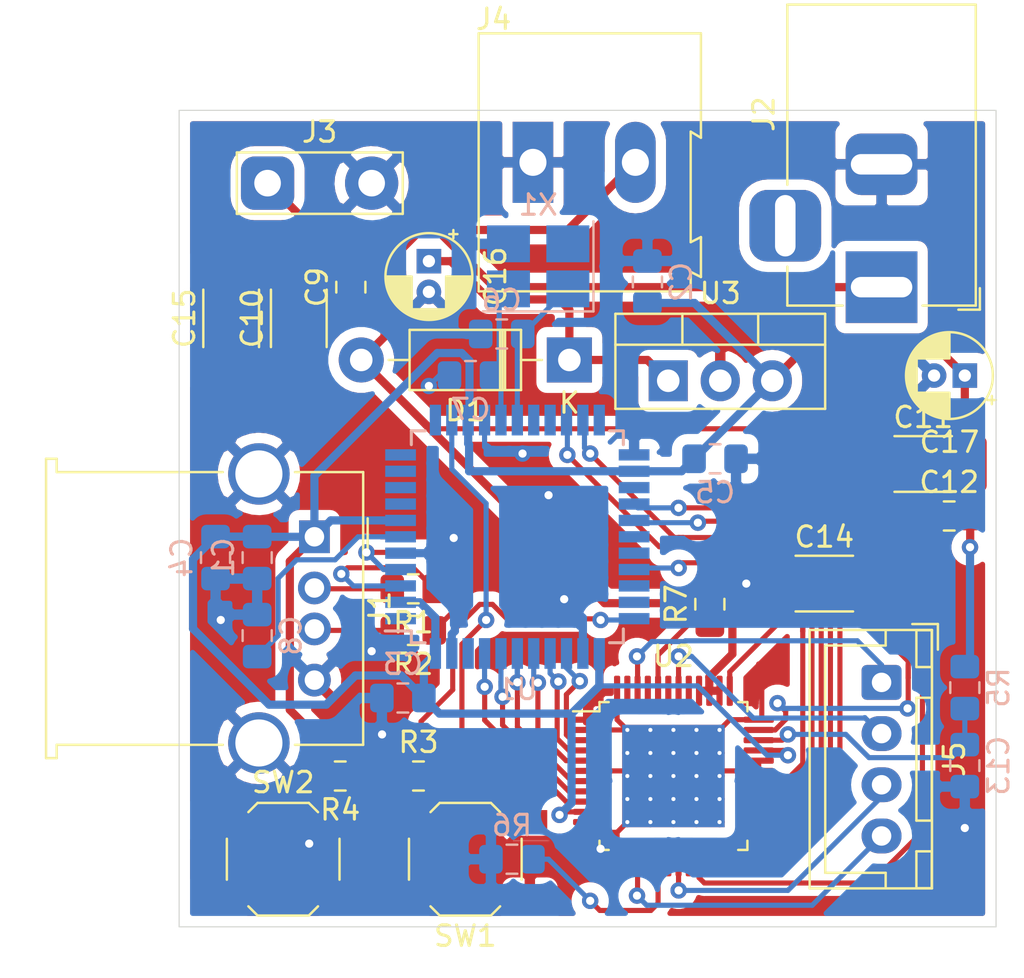
<source format=kicad_pcb>
(kicad_pcb (version 20171130) (host pcbnew "(5.1.6)-1")
  (layers (0 F.Cu signal) (31 B.Cu signal) (34 B.Paste user) (35 F.Paste user) (36 B.SilkS user) (37 F.SilkS user) (38 B.Mask user) (39 F.Mask user) (44 Edge.Cuts user))
  (net 0 "")
  (net 1 GND)
  (net 2 VCC)
  (net 3 "Net-(C6-Pad1)")
  (net 4 "Net-(C7-Pad2)")
  (net 5 "Net-(C8-Pad1)")
  (net 6 12V)
  (net 7 "Net-(C13-Pad2)")
  (net 8 "Net-(C14-Pad2)")
  (net 9 "Net-(C14-Pad1)")
  (net 10 "Net-(C16-Pad1)")
  (net 11 "Net-(J1-Pad3)")
  (net 12 "Net-(J1-Pad2)")
  (net 13 "Net-(J5-Pad3)")
  (net 14 "Net-(J5-Pad4)")
  (net 15 "Net-(J5-Pad2)")
  (net 16 "Net-(J5-Pad1)")
  (net 17 "Net-(R1-Pad1)")
  (net 18 "Net-(R2-Pad1)")
  (net 19 "Net-(R3-Pad2)")
  (net 20 "Net-(R4-Pad2)")
  (net 21 "Net-(R6-Pad1)")
  (net 22 "Net-(R7-Pad1)")
  (net 23 "Net-(U1-Pad42)")
  (net 24 ERROR)
  (net 25 "Net-(U1-Pad25)")
  (net 26 "Net-(U1-Pad22)")
  (net 27 "Net-(U1-Pad19)")
  (net 28 INDEX)
  (net 29 "Net-(U1-Pad1)")
  (net 30 "Net-(U2-Pad47)")
  (net 31 "Net-(U2-Pad45)")
  (net 32 "Net-(U2-Pad43)")
  (net 33 "Net-(U2-Pad41)")
  (net 34 "Net-(U2-Pad30)")
  (net 35 "Net-(U2-Pad28)")
  (net 36 "Net-(U2-Pad23)")
  (net 37 "Net-(U2-Pad22)")
  (net 38 "Net-(U2-Pad20)")
  (net 39 "Net-(U2-Pad18)")
  (net 40 "Net-(U2-Pad16)")
  (net 41 "Net-(U2-Pad14)")
  (net 42 "Net-(U2-Pad11)")
  (net 43 STEP)
  (net 44 CGF0)
  (net 45 CGF1)
  (net 46 CGF2)
  (net 47 CGF3)
  (net 48 CGF6)
  (net 49 CGF4)
  (net 50 CGF5)
  (net 51 "Net-(U1-Pad11)")
  (net 52 "Net-(U1-Pad10)")
  (net 53 DIR)
  (net 54 "Net-(U1-Pad8)")
  (net 55 "Net-(U1-Pad32)")
  (net 56 "Net-(U1-Pad31)")
  (net 57 "Net-(U1-Pad18)")
  (net 58 "Net-(U1-Pad12)")
  (net 59 "Net-(U1-Pad9)")
  (net 60 "Net-(U1-Pad29)")
  (net 61 "Net-(U1-Pad28)")
  (module Connector_JST:JST_XH_B4B-XH-A_1x04_P2.50mm_Vertical (layer F.Cu) (at 34.29 27.94 270)
    (fp_text reference J5 (at 3.75 -3.55 90) (layer F.SilkS))
    (fp_text value "JST-XH Stepper Connection")
    (pad 4 thru_hole oval (at 7.5 0 270) (size 1.7 1.95) (drill 0.95) (layers *.Cu *.Mask) (net 14 "Net-(J5-Pad4)"))
    (pad 3 thru_hole oval (at 5 0 270) (size 1.7 1.95) (drill 0.95) (layers *.Cu *.Mask) (net 13 "Net-(J5-Pad3)"))
    (pad 2 thru_hole oval (at 2.5 0 270) (size 1.7 1.95) (drill 0.95) (layers *.Cu *.Mask) (net 15 "Net-(J5-Pad2)"))
    (pad 1 thru_hole roundrect (at 0 0 270) (size 1.7 1.95) (drill 0.95) (layers *.Cu *.Mask) (roundrect_rratio 0.147059) (net 16 "Net-(J5-Pad1)"))
  )
  (module TestPoint:TestPoint_2Pads_Pitch5.08mm_Drill1.3mm (layer F.Cu) (at 4.318 3.556)
    (fp_text reference J3 (at 2.54 -2.5) (layer F.SilkS))
    (fp_text value XT-60)
    (pad 2 thru_hole circle (at 5.08 0) (size 2.6 2.6) (drill 1.3) (layers *.Cu *.Mask) (net 1 GND))
    (pad 1 thru_hole roundrect (at 0 0) (size 2.6 2.6) (drill 1.3) (layers *.Cu *.Mask) (net 6 12V))
  )
  (module Crystal:Crystal_SMD_SeikoEpson_FA238-4Pin_3.2x2.5mm_HandSoldering (layer B.Cu) (at 17.526 7.62 180)
    (fp_text reference X1 (at 0 3) (layer B.SilkS) (effects (justify mirror)))
    (fp_text value XTAL_GND)
    (pad 4 smd rect (at -1.45 1.1 180) (size 2.1 1.8) (layers B.Cu B.Paste B.Mask))
    (pad 3 smd rect (at 1.45 1.1 180) (size 2.1 1.8) (layers B.Cu B.Paste B.Mask) (net 1 GND))
    (pad 2 smd rect (at 1.45 -1.1 180) (size 2.1 1.8) (layers B.Cu B.Paste B.Mask) (net 4 "Net-(C7-Pad2)"))
    (pad 1 smd rect (at -1.45 -1.1 180) (size 2.1 1.8) (layers B.Cu B.Paste B.Mask) (net 3 "Net-(C6-Pad1)"))
  )
  (module Package_TO_SOT_THT:TO-220-3_Vertical (layer F.Cu) (at 23.876 13.208)
    (fp_text reference U3 (at 2.54 -4.27) (layer F.SilkS))
    (fp_text value LM7805_TO220)
    (pad 3 thru_hole oval (at 5.08 0) (size 1.905 2) (drill 1.1) (layers *.Cu *.Mask) (net 2 VCC))
    (pad 2 thru_hole oval (at 2.54 0) (size 1.905 2) (drill 1.1) (layers *.Cu *.Mask) (net 1 GND))
    (pad 1 thru_hole rect (at 0 0) (size 1.905 2) (drill 1.1) (layers *.Cu *.Mask) (net 10 "Net-(C16-Pad1)"))
  )
  (module Package_QFP:TQFP-48-1EP_7x7mm_P0.5mm_EP5x5mm_ThermalVias (layer F.Cu) (at 24.13 32.512)
    (fp_text reference U2 (at 0 -5.85) (layer F.SilkS))
    (fp_text value TMC2100-TA)
    (pad 49 smd rect (at 0 0) (size 5 5) (layers B.Cu) (net 1 GND))
    (pad 49 thru_hole circle (at 2.25 2.25) (size 0.5 0.5) (drill 0.2) (layers *.Cu) (net 1 GND))
    (pad 49 thru_hole circle (at 1.125 2.25) (size 0.5 0.5) (drill 0.2) (layers *.Cu) (net 1 GND))
    (pad 49 thru_hole circle (at 0 2.25) (size 0.5 0.5) (drill 0.2) (layers *.Cu) (net 1 GND))
    (pad 49 thru_hole circle (at -1.125 2.25) (size 0.5 0.5) (drill 0.2) (layers *.Cu) (net 1 GND))
    (pad 49 thru_hole circle (at -2.25 2.25) (size 0.5 0.5) (drill 0.2) (layers *.Cu) (net 1 GND))
    (pad 49 thru_hole circle (at 2.25 1.125) (size 0.5 0.5) (drill 0.2) (layers *.Cu) (net 1 GND))
    (pad 49 thru_hole circle (at 1.125 1.125) (size 0.5 0.5) (drill 0.2) (layers *.Cu) (net 1 GND))
    (pad 49 thru_hole circle (at 0 1.125) (size 0.5 0.5) (drill 0.2) (layers *.Cu) (net 1 GND))
    (pad 49 thru_hole circle (at -1.125 1.125) (size 0.5 0.5) (drill 0.2) (layers *.Cu) (net 1 GND))
    (pad 49 thru_hole circle (at -2.25 1.125) (size 0.5 0.5) (drill 0.2) (layers *.Cu) (net 1 GND))
    (pad 49 thru_hole circle (at 2.25 0) (size 0.5 0.5) (drill 0.2) (layers *.Cu) (net 1 GND))
    (pad 49 thru_hole circle (at 1.125 0) (size 0.5 0.5) (drill 0.2) (layers *.Cu) (net 1 GND))
    (pad 49 thru_hole circle (at 0 0) (size 0.5 0.5) (drill 0.2) (layers *.Cu) (net 1 GND))
    (pad 49 thru_hole circle (at -1.125 0) (size 0.5 0.5) (drill 0.2) (layers *.Cu) (net 1 GND))
    (pad 49 thru_hole circle (at -2.25 0) (size 0.5 0.5) (drill 0.2) (layers *.Cu) (net 1 GND))
    (pad 49 thru_hole circle (at 2.25 -1.125) (size 0.5 0.5) (drill 0.2) (layers *.Cu) (net 1 GND))
    (pad 49 thru_hole circle (at 1.125 -1.125) (size 0.5 0.5) (drill 0.2) (layers *.Cu) (net 1 GND))
    (pad 49 thru_hole circle (at 0 -1.125) (size 0.5 0.5) (drill 0.2) (layers *.Cu) (net 1 GND))
    (pad 49 thru_hole circle (at -1.125 -1.125) (size 0.5 0.5) (drill 0.2) (layers *.Cu) (net 1 GND))
    (pad 49 thru_hole circle (at -2.25 -1.125) (size 0.5 0.5) (drill 0.2) (layers *.Cu) (net 1 GND))
    (pad 49 thru_hole circle (at 2.25 -2.25) (size 0.5 0.5) (drill 0.2) (layers *.Cu) (net 1 GND))
    (pad 49 thru_hole circle (at 1.125 -2.25) (size 0.5 0.5) (drill 0.2) (layers *.Cu) (net 1 GND))
    (pad 49 thru_hole circle (at 0 -2.25) (size 0.5 0.5) (drill 0.2) (layers *.Cu) (net 1 GND))
    (pad 49 thru_hole circle (at -1.125 -2.25) (size 0.5 0.5) (drill 0.2) (layers *.Cu) (net 1 GND))
    (pad 49 thru_hole circle (at -2.25 -2.25) (size 0.5 0.5) (drill 0.2) (layers *.Cu) (net 1 GND))
    (pad 49 smd rect (at 0 0) (size 5 5) (layers F.Cu F.Mask) (net 1 GND))
    (pad 48 smd roundrect (at -2.75 -4.1625) (size 0.3 1.475) (layers F.Cu F.Paste F.Mask) (net 1 GND))
    (pad 47 smd roundrect (at -2.25 -4.1625) (size 0.3 1.475) (layers F.Cu F.Paste F.Mask) (net 30 "Net-(U2-Pad47)"))
    (pad 46 smd roundrect (at -1.75 -4.1625) (size 0.3 1.475) (layers F.Cu F.Paste F.Mask) (net 16 "Net-(J5-Pad1)"))
    (pad 45 smd roundrect (at -1.25 -4.1625) (size 0.3 1.475) (layers F.Cu F.Paste F.Mask) (net 31 "Net-(U2-Pad45)"))
    (pad 44 smd roundrect (at -0.75 -4.1625) (size 0.3 1.475) (layers F.Cu F.Paste F.Mask) (net 22 "Net-(R7-Pad1)"))
    (pad 43 smd roundrect (at -0.25 -4.1625) (size 0.3 1.475) (layers F.Cu F.Paste F.Mask) (net 32 "Net-(U2-Pad43)"))
    (pad 42 smd roundrect (at 0.25 -4.1625) (size 0.3 1.475) (layers F.Cu F.Paste F.Mask) (net 15 "Net-(J5-Pad2)"))
    (pad 41 smd roundrect (at 0.75 -4.1625) (size 0.3 1.475) (layers F.Cu F.Paste F.Mask) (net 33 "Net-(U2-Pad41)"))
    (pad 40 smd roundrect (at 1.25 -4.1625) (size 0.3 1.475) (layers F.Cu F.Paste F.Mask) (net 6 12V))
    (pad 39 smd roundrect (at 1.75 -4.1625) (size 0.3 1.475) (layers F.Cu F.Paste F.Mask) (net 6 12V))
    (pad 38 smd roundrect (at 2.25 -4.1625) (size 0.3 1.475) (layers F.Cu F.Paste F.Mask) (net 6 12V))
    (pad 37 smd roundrect (at 2.75 -4.1625) (size 0.3 1.475) (layers F.Cu F.Paste F.Mask) (net 9 "Net-(C14-Pad1)"))
    (pad 36 smd roundrect (at 4.1625 -2.75) (size 1.475 0.3) (layers F.Cu F.Paste F.Mask) (net 1 GND))
    (pad 35 smd roundrect (at 4.1625 -2.25) (size 1.475 0.3) (layers F.Cu F.Paste F.Mask) (net 8 "Net-(C14-Pad2)"))
    (pad 34 smd roundrect (at 4.1625 -1.75) (size 1.475 0.3) (layers F.Cu F.Paste F.Mask) (net 7 "Net-(C13-Pad2)"))
    (pad 33 smd roundrect (at 4.1625 -1.25) (size 1.475 0.3) (layers F.Cu F.Paste F.Mask) (net 2 VCC))
    (pad 32 smd roundrect (at 4.1625 -0.75) (size 1.475 0.3) (layers F.Cu F.Paste F.Mask) (net 1 GND))
    (pad 31 smd roundrect (at 4.1625 -0.25) (size 1.475 0.3) (layers F.Cu F.Paste F.Mask) (net 1 GND))
    (pad 30 smd roundrect (at 4.1625 0.25) (size 1.475 0.3) (layers F.Cu F.Paste F.Mask) (net 34 "Net-(U2-Pad30)"))
    (pad 29 smd roundrect (at 4.1625 0.75) (size 1.475 0.3) (layers F.Cu F.Paste F.Mask) (net 48 CGF6))
    (pad 28 smd roundrect (at 4.1625 1.25) (size 1.475 0.3) (layers F.Cu F.Paste F.Mask) (net 35 "Net-(U2-Pad28)"))
    (pad 27 smd roundrect (at 4.1625 1.75) (size 1.475 0.3) (layers F.Cu F.Paste F.Mask) (net 28 INDEX))
    (pad 26 smd roundrect (at 4.1625 2.25) (size 1.475 0.3) (layers F.Cu F.Paste F.Mask) (net 24 ERROR))
    (pad 25 smd roundrect (at 4.1625 2.75) (size 1.475 0.3) (layers F.Cu F.Paste F.Mask) (net 50 CGF5))
    (pad 24 smd roundrect (at 2.75 4.1625) (size 0.3 1.475) (layers F.Cu F.Paste F.Mask) (net 49 CGF4))
    (pad 23 smd roundrect (at 2.25 4.1625) (size 0.3 1.475) (layers F.Cu F.Paste F.Mask) (net 36 "Net-(U2-Pad23)"))
    (pad 22 smd roundrect (at 1.75 4.1625) (size 0.3 1.475) (layers F.Cu F.Paste F.Mask) (net 37 "Net-(U2-Pad22)"))
    (pad 21 smd roundrect (at 1.25 4.1625) (size 0.3 1.475) (layers F.Cu F.Paste F.Mask) (net 6 12V))
    (pad 20 smd roundrect (at 0.75 4.1625) (size 0.3 1.475) (layers F.Cu F.Paste F.Mask) (net 38 "Net-(U2-Pad20)"))
    (pad 19 smd roundrect (at 0.25 4.1625) (size 0.3 1.475) (layers F.Cu F.Paste F.Mask) (net 13 "Net-(J5-Pad3)"))
    (pad 18 smd roundrect (at -0.25 4.1625) (size 0.3 1.475) (layers F.Cu F.Paste F.Mask) (net 39 "Net-(U2-Pad18)"))
    (pad 17 smd roundrect (at -0.75 4.1625) (size 0.3 1.475) (layers F.Cu F.Paste F.Mask) (net 21 "Net-(R6-Pad1)"))
    (pad 16 smd roundrect (at -1.25 4.1625) (size 0.3 1.475) (layers F.Cu F.Paste F.Mask) (net 40 "Net-(U2-Pad16)"))
    (pad 15 smd roundrect (at -1.75 4.1625) (size 0.3 1.475) (layers F.Cu F.Paste F.Mask) (net 14 "Net-(J5-Pad4)"))
    (pad 14 smd roundrect (at -2.25 4.1625) (size 0.3 1.475) (layers F.Cu F.Paste F.Mask) (net 41 "Net-(U2-Pad14)"))
    (pad 13 smd roundrect (at -2.75 4.1625) (size 0.3 1.475) (layers F.Cu F.Paste F.Mask) (net 1 GND))
    (pad 12 smd roundrect (at -4.1625 2.75) (size 1.475 0.3) (layers F.Cu F.Paste F.Mask) (net 1 GND))
    (pad 11 smd roundrect (at -4.1625 2.25) (size 1.475 0.3) (layers F.Cu F.Paste F.Mask) (net 42 "Net-(U2-Pad11)"))
    (pad 10 smd roundrect (at -4.1625 1.75) (size 1.475 0.3) (layers F.Cu F.Paste F.Mask) (net 2 VCC))
    (pad 9 smd roundrect (at -4.1625 1.25) (size 1.475 0.3) (layers F.Cu F.Paste F.Mask) (net 53 DIR))
    (pad 8 smd roundrect (at -4.1625 0.75) (size 1.475 0.3) (layers F.Cu F.Paste F.Mask) (net 43 STEP))
    (pad 7 smd roundrect (at -4.1625 0.25) (size 1.475 0.3) (layers F.Cu F.Paste F.Mask) (net 44 CGF0))
    (pad 6 smd roundrect (at -4.1625 -0.25) (size 1.475 0.3) (layers F.Cu F.Paste F.Mask) (net 1 GND))
    (pad 5 smd roundrect (at -4.1625 -0.75) (size 1.475 0.3) (layers F.Cu F.Paste F.Mask) (net 45 CGF1))
    (pad 4 smd roundrect (at -4.1625 -1.25) (size 1.475 0.3) (layers F.Cu F.Paste F.Mask) (net 46 CGF2))
    (pad 3 smd roundrect (at -4.1625 -1.75) (size 1.475 0.3) (layers F.Cu F.Paste F.Mask) (net 47 CGF3))
    (pad 2 smd roundrect (at -4.1625 -2.25) (size 1.475 0.3) (layers F.Cu F.Paste F.Mask) (net 1 GND))
    (pad 1 smd roundrect (at -4.1625 -2.75) (size 1.475 0.3) (layers F.Cu F.Paste F.Mask) (net 1 GND))
  )
  (module Package_QFP:TQFP-44_10x10mm_P0.8mm (layer B.Cu) (at 16.51 20.828)
    (fp_text reference U1 (at 0 7.45) (layer B.SilkS) (effects (justify mirror)))
    (fp_text value ATmega32U4-AU)
    (pad 44 smd rect (at -4 5.7 270) (size 1.5 0.55) (layers B.Cu B.Paste B.Mask) (net 2 VCC))
    (pad 43 smd rect (at -3.2 5.7 270) (size 1.5 0.55) (layers B.Cu B.Paste B.Mask) (net 1 GND))
    (pad 42 smd rect (at -2.4 5.7 270) (size 1.5 0.55) (layers B.Cu B.Paste B.Mask) (net 23 "Net-(U1-Pad42)"))
    (pad 41 smd rect (at -1.6 5.7 270) (size 1.5 0.55) (layers B.Cu B.Paste B.Mask) (net 53 DIR))
    (pad 40 smd rect (at -0.8 5.7 270) (size 1.5 0.55) (layers B.Cu B.Paste B.Mask) (net 43 STEP))
    (pad 39 smd rect (at 0 5.7 270) (size 1.5 0.55) (layers B.Cu B.Paste B.Mask) (net 44 CGF0))
    (pad 38 smd rect (at 0.8 5.7 270) (size 1.5 0.55) (layers B.Cu B.Paste B.Mask) (net 45 CGF1))
    (pad 37 smd rect (at 1.6 5.7 270) (size 1.5 0.55) (layers B.Cu B.Paste B.Mask) (net 46 CGF2))
    (pad 36 smd rect (at 2.4 5.7 270) (size 1.5 0.55) (layers B.Cu B.Paste B.Mask) (net 47 CGF3))
    (pad 35 smd rect (at 3.2 5.7 270) (size 1.5 0.55) (layers B.Cu B.Paste B.Mask) (net 1 GND))
    (pad 34 smd rect (at 4 5.7 270) (size 1.5 0.55) (layers B.Cu B.Paste B.Mask) (net 2 VCC))
    (pad 33 smd rect (at 5.7 4) (size 1.5 0.55) (layers B.Cu B.Paste B.Mask) (net 20 "Net-(R4-Pad2)"))
    (pad 32 smd rect (at 5.7 3.2) (size 1.5 0.55) (layers B.Cu B.Paste B.Mask) (net 55 "Net-(U1-Pad32)"))
    (pad 31 smd rect (at 5.7 2.4) (size 1.5 0.55) (layers B.Cu B.Paste B.Mask) (net 56 "Net-(U1-Pad31)"))
    (pad 30 smd rect (at 5.7 1.6) (size 1.5 0.55) (layers B.Cu B.Paste B.Mask) (net 48 CGF6))
    (pad 29 smd rect (at 5.7 0.8) (size 1.5 0.55) (layers B.Cu B.Paste B.Mask) (net 60 "Net-(U1-Pad29)"))
    (pad 28 smd rect (at 5.7 0) (size 1.5 0.55) (layers B.Cu B.Paste B.Mask) (net 61 "Net-(U1-Pad28)"))
    (pad 27 smd rect (at 5.7 -0.8) (size 1.5 0.55) (layers B.Cu B.Paste B.Mask) (net 50 CGF5))
    (pad 26 smd rect (at 5.7 -1.6) (size 1.5 0.55) (layers B.Cu B.Paste B.Mask) (net 49 CGF4))
    (pad 25 smd rect (at 5.7 -2.4) (size 1.5 0.55) (layers B.Cu B.Paste B.Mask) (net 25 "Net-(U1-Pad25)"))
    (pad 24 smd rect (at 5.7 -3.2) (size 1.5 0.55) (layers B.Cu B.Paste B.Mask) (net 2 VCC))
    (pad 23 smd rect (at 5.7 -4) (size 1.5 0.55) (layers B.Cu B.Paste B.Mask) (net 1 GND))
    (pad 22 smd rect (at 4 -5.7 270) (size 1.5 0.55) (layers B.Cu B.Paste B.Mask) (net 26 "Net-(U1-Pad22)"))
    (pad 21 smd rect (at 3.2 -5.7 270) (size 1.5 0.55) (layers B.Cu B.Paste B.Mask) (net 24 ERROR))
    (pad 20 smd rect (at 2.4 -5.7 270) (size 1.5 0.55) (layers B.Cu B.Paste B.Mask) (net 28 INDEX))
    (pad 19 smd rect (at 1.6 -5.7 270) (size 1.5 0.55) (layers B.Cu B.Paste B.Mask) (net 27 "Net-(U1-Pad19)"))
    (pad 18 smd rect (at 0.8 -5.7 270) (size 1.5 0.55) (layers B.Cu B.Paste B.Mask) (net 57 "Net-(U1-Pad18)"))
    (pad 17 smd rect (at 0 -5.7 270) (size 1.5 0.55) (layers B.Cu B.Paste B.Mask) (net 3 "Net-(C6-Pad1)"))
    (pad 16 smd rect (at -0.8 -5.7 270) (size 1.5 0.55) (layers B.Cu B.Paste B.Mask) (net 4 "Net-(C7-Pad2)"))
    (pad 15 smd rect (at -1.6 -5.7 270) (size 1.5 0.55) (layers B.Cu B.Paste B.Mask) (net 1 GND))
    (pad 14 smd rect (at -2.4 -5.7 270) (size 1.5 0.55) (layers B.Cu B.Paste B.Mask) (net 2 VCC))
    (pad 13 smd rect (at -3.2 -5.7 270) (size 1.5 0.55) (layers B.Cu B.Paste B.Mask) (net 19 "Net-(R3-Pad2)"))
    (pad 12 smd rect (at -4 -5.7 270) (size 1.5 0.55) (layers B.Cu B.Paste B.Mask) (net 58 "Net-(U1-Pad12)"))
    (pad 11 smd rect (at -5.7 -4) (size 1.5 0.55) (layers B.Cu B.Paste B.Mask) (net 51 "Net-(U1-Pad11)"))
    (pad 10 smd rect (at -5.7 -3.2) (size 1.5 0.55) (layers B.Cu B.Paste B.Mask) (net 52 "Net-(U1-Pad10)"))
    (pad 9 smd rect (at -5.7 -2.4) (size 1.5 0.55) (layers B.Cu B.Paste B.Mask) (net 59 "Net-(U1-Pad9)"))
    (pad 8 smd rect (at -5.7 -1.6) (size 1.5 0.55) (layers B.Cu B.Paste B.Mask) (net 54 "Net-(U1-Pad8)"))
    (pad 7 smd rect (at -5.7 -0.8) (size 1.5 0.55) (layers B.Cu B.Paste B.Mask) (net 2 VCC))
    (pad 6 smd rect (at -5.7 0) (size 1.5 0.55) (layers B.Cu B.Paste B.Mask) (net 5 "Net-(C8-Pad1)"))
    (pad 5 smd rect (at -5.7 0.8) (size 1.5 0.55) (layers B.Cu B.Paste B.Mask) (net 1 GND))
    (pad 4 smd rect (at -5.7 1.6) (size 1.5 0.55) (layers B.Cu B.Paste B.Mask) (net 18 "Net-(R2-Pad1)"))
    (pad 3 smd rect (at -5.7 2.4) (size 1.5 0.55) (layers B.Cu B.Paste B.Mask) (net 17 "Net-(R1-Pad1)"))
    (pad 2 smd rect (at -5.7 3.2) (size 1.5 0.55) (layers B.Cu B.Paste B.Mask) (net 2 VCC))
    (pad 1 smd rect (at -5.7 4) (size 1.5 0.55) (layers B.Cu B.Paste B.Mask) (net 29 "Net-(U1-Pad1)"))
  )
  (module Button_Switch_SMD:SW_SPST_TL3342 (layer F.Cu) (at 5.08 36.576)
    (fp_text reference SW2 (at 0 -3.75) (layer F.SilkS))
    (fp_text value SW_SPST)
    (pad 2 smd rect (at 3.15 1.9) (size 1.7 1) (layers F.Cu F.Paste F.Mask) (net 1 GND))
    (pad 2 smd rect (at -3.15 1.9) (size 1.7 1) (layers F.Cu F.Paste F.Mask) (net 1 GND))
    (pad 1 smd rect (at 3.15 -1.9) (size 1.7 1) (layers F.Cu F.Paste F.Mask) (net 20 "Net-(R4-Pad2)"))
    (pad 1 smd rect (at -3.15 -1.9) (size 1.7 1) (layers F.Cu F.Paste F.Mask) (net 20 "Net-(R4-Pad2)"))
  )
  (module Button_Switch_SMD:SW_SPST_TL3342 (layer F.Cu) (at 13.97 36.576 180)
    (fp_text reference SW1 (at 0 -3.75) (layer F.SilkS))
    (fp_text value SW_SPST)
    (pad 2 smd rect (at 3.15 1.9 180) (size 1.7 1) (layers F.Cu F.Paste F.Mask) (net 19 "Net-(R3-Pad2)"))
    (pad 2 smd rect (at -3.15 1.9 180) (size 1.7 1) (layers F.Cu F.Paste F.Mask) (net 19 "Net-(R3-Pad2)"))
    (pad 1 smd rect (at 3.15 -1.9 180) (size 1.7 1) (layers F.Cu F.Paste F.Mask) (net 1 GND))
    (pad 1 smd rect (at -3.15 -1.9 180) (size 1.7 1) (layers F.Cu F.Paste F.Mask) (net 1 GND))
  )
  (module Resistor_SMD:R_0805_2012Metric_Pad1.15x1.40mm_HandSolder (layer F.Cu) (at 25.908 24.121 90)
    (fp_text reference R7 (at 0 -1.65 90) (layer F.SilkS))
    (fp_text value 180M)
    (pad 2 smd roundrect (at 1.025 0 90) (size 1.15 1.4) (layers F.Cu F.Paste F.Mask) (roundrect_rratio 0.217391) (net 1 GND))
    (pad 1 smd roundrect (at -1.025 0 90) (size 1.15 1.4) (layers F.Cu F.Paste F.Mask) (roundrect_rratio 0.217391) (net 22 "Net-(R7-Pad1)"))
  )
  (module Resistor_SMD:R_0805_2012Metric_Pad1.15x1.40mm_HandSolder (layer B.Cu) (at 16.247 36.576 180)
    (fp_text reference R6 (at 0 1.65) (layer B.SilkS) (effects (justify mirror)))
    (fp_text value 180M)
    (pad 2 smd roundrect (at 1.025 0 180) (size 1.15 1.4) (layers B.Cu B.Paste B.Mask) (roundrect_rratio 0.217391) (net 1 GND))
    (pad 1 smd roundrect (at -1.025 0 180) (size 1.15 1.4) (layers B.Cu B.Paste B.Mask) (roundrect_rratio 0.217391) (net 21 "Net-(R6-Pad1)"))
  )
  (module Resistor_SMD:R_0805_2012Metric_Pad1.15x1.40mm_HandSolder (layer B.Cu) (at 38.354 28.194 90)
    (fp_text reference R5 (at 0 1.65 90) (layer B.SilkS) (effects (justify mirror)))
    (fp_text value 2.2)
    (pad 2 smd roundrect (at 1.025 0 90) (size 1.15 1.4) (layers B.Cu B.Paste B.Mask) (roundrect_rratio 0.217391) (net 2 VCC))
    (pad 1 smd roundrect (at -1.025 0 90) (size 1.15 1.4) (layers B.Cu B.Paste B.Mask) (roundrect_rratio 0.217391) (net 7 "Net-(C13-Pad2)"))
  )
  (module Resistor_SMD:R_0805_2012Metric_Pad1.15x1.40mm_HandSolder (layer F.Cu) (at 7.865 32.512 180)
    (fp_text reference R4 (at 0 -1.65) (layer F.SilkS))
    (fp_text value 10K)
    (pad 2 smd roundrect (at 1.025 0 180) (size 1.15 1.4) (layers F.Cu F.Paste F.Mask) (roundrect_rratio 0.217391) (net 20 "Net-(R4-Pad2)"))
    (pad 1 smd roundrect (at -1.025 0 180) (size 1.15 1.4) (layers F.Cu F.Paste F.Mask) (roundrect_rratio 0.217391) (net 2 VCC))
  )
  (module Resistor_SMD:R_0805_2012Metric_Pad1.15x1.40mm_HandSolder (layer F.Cu) (at 11.684 32.512)
    (fp_text reference R3 (at 0 -1.65) (layer F.SilkS))
    (fp_text value 10K)
    (pad 2 smd roundrect (at 1.025 0) (size 1.15 1.4) (layers F.Cu F.Paste F.Mask) (roundrect_rratio 0.217391) (net 19 "Net-(R3-Pad2)"))
    (pad 1 smd roundrect (at -1.025 0) (size 1.15 1.4) (layers F.Cu F.Paste F.Mask) (roundrect_rratio 0.217391) (net 2 VCC))
  )
  (module Resistor_SMD:R_0805_2012Metric_Pad1.15x1.40mm_HandSolder (layer F.Cu) (at 11.43 25.4 180)
    (fp_text reference R2 (at 0 -1.65) (layer F.SilkS))
    (fp_text value 22)
    (pad 2 smd roundrect (at 1.025 0 180) (size 1.15 1.4) (layers F.Cu F.Paste F.Mask) (roundrect_rratio 0.217391) (net 11 "Net-(J1-Pad3)"))
    (pad 1 smd roundrect (at -1.025 0 180) (size 1.15 1.4) (layers F.Cu F.Paste F.Mask) (roundrect_rratio 0.217391) (net 18 "Net-(R2-Pad1)"))
  )
  (module Resistor_SMD:R_0805_2012Metric_Pad1.15x1.40mm_HandSolder (layer F.Cu) (at 11.43 23.368 180)
    (fp_text reference R1 (at 0 -1.65) (layer F.SilkS))
    (fp_text value 22)
    (pad 2 smd roundrect (at 1.025 0 180) (size 1.15 1.4) (layers F.Cu F.Paste F.Mask) (roundrect_rratio 0.217391) (net 12 "Net-(J1-Pad2)"))
    (pad 1 smd roundrect (at -1.025 0 180) (size 1.15 1.4) (layers F.Cu F.Paste F.Mask) (roundrect_rratio 0.217391) (net 17 "Net-(R1-Pad1)"))
  )
  (module TerminalBlock:TerminalBlock_Altech_AK300-2_P5.00mm (layer F.Cu) (at 17.272 2.54)
    (fp_text reference J4 (at -1.92 -6.99) (layer F.SilkS))
    (fp_text value Screw_Terminal_01x02)
    (pad 2 thru_hole oval (at 5 0) (size 1.98 3.96) (drill 1.32) (layers *.Cu *.Mask) (net 6 12V))
    (pad 1 thru_hole rect (at 0 0) (size 1.98 3.96) (drill 1.32) (layers *.Cu *.Mask) (net 1 GND))
  )
  (module Connector_BarrelJack:BarrelJack_Horizontal (layer F.Cu) (at 34.29 8.636 270)
    (fp_text reference J2 (at -8.45 5.75 90) (layer F.SilkS))
    (fp_text value Jack-DC)
    (pad 3 thru_hole roundrect (at -3 4.7 270) (size 3.5 3.5) (drill oval 3 1) (layers *.Cu *.Mask))
    (pad 2 thru_hole roundrect (at -6 0 270) (size 3 3.5) (drill oval 1 3) (layers *.Cu *.Mask) (net 1 GND))
    (pad 1 thru_hole rect (at 0 0 270) (size 3.5 3.5) (drill oval 1 3) (layers *.Cu *.Mask) (net 6 12V))
  )
  (module Connector_USB:USB_A_Molex_67643_Horizontal (layer F.Cu) (at 6.604 20.828 270)
    (fp_text reference J1 (at 3.5 -3.19 90) (layer F.SilkS))
    (fp_text value USB_A)
    (pad 4 thru_hole circle (at 7 0 270) (size 1.6 1.6) (drill 0.95) (layers *.Cu *.Mask) (net 1 GND))
    (pad 3 thru_hole circle (at 4.5 0 270) (size 1.6 1.6) (drill 0.95) (layers *.Cu *.Mask) (net 11 "Net-(J1-Pad3)"))
    (pad 2 thru_hole circle (at 2.5 0 270) (size 1.6 1.6) (drill 0.95) (layers *.Cu *.Mask) (net 12 "Net-(J1-Pad2)"))
    (pad 1 thru_hole rect (at 0 0 270) (size 1.6 1.5) (drill 0.95) (layers *.Cu *.Mask) (net 2 VCC))
    (pad 5 thru_hole circle (at 10.07 2.71 270) (size 3 3) (drill 2.3) (layers *.Cu *.Mask) (net 1 GND))
    (pad 5 thru_hole circle (at -3.07 2.71 270) (size 3 3) (drill 2.3) (layers *.Cu *.Mask) (net 1 GND))
  )
  (module Diode_THT:D_DO-41_SOD81_P10.16mm_Horizontal (layer F.Cu) (at 19.05 12.192 180)
    (fp_text reference D1 (at 5.08 -2.47) (layer F.SilkS))
    (fp_text value 1N4007)
    (fp_text user K (at 0 -2.1) (layer F.SilkS))
    (pad 2 thru_hole oval (at 10.16 0 180) (size 2.2 2.2) (drill 1.1) (layers *.Cu *.Mask) (net 6 12V))
    (pad 1 thru_hole rect (at 0 0 180) (size 2.2 2.2) (drill 1.1) (layers *.Cu *.Mask) (net 10 "Net-(C16-Pad1)"))
  )
  (module Capacitor_THT:CP_Radial_D4.0mm_P1.50mm (layer F.Cu) (at 38.354 12.954 180)
    (fp_text reference C17 (at 0.75 -3.25) (layer F.SilkS))
    (fp_text value 1uF)
    (pad 2 thru_hole circle (at 1.5 0 180) (size 1.2 1.2) (drill 0.6) (layers *.Cu *.Mask) (net 1 GND))
    (pad 1 thru_hole rect (at 0 0 180) (size 1.2 1.2) (drill 0.6) (layers *.Cu *.Mask) (net 2 VCC))
  )
  (module Capacitor_THT:CP_Radial_D4.0mm_P1.50mm (layer F.Cu) (at 12.192 7.366 270)
    (fp_text reference C16 (at 0.75 -3.25 90) (layer F.SilkS))
    (fp_text value 470uF)
    (pad 2 thru_hole circle (at 1.5 0 270) (size 1.2 1.2) (drill 0.6) (layers *.Cu *.Mask) (net 1 GND))
    (pad 1 thru_hole rect (at 0 0 270) (size 1.2 1.2) (drill 0.6) (layers *.Cu *.Mask) (net 10 "Net-(C16-Pad1)"))
  )
  (module Capacitor_SMD:C_2010_5025Metric_Pad1.52x2.65mm_HandSolder (layer F.Cu) (at 2.54 10.16 90)
    (fp_text reference C15 (at 0 -2.28 90) (layer F.SilkS))
    (fp_text value 100n/50V)
    (pad 2 smd roundrect (at 2.3375 0 90) (size 1.525 2.65) (layers F.Cu F.Paste F.Mask) (roundrect_rratio 0.163934) (net 6 12V))
    (pad 1 smd roundrect (at -2.3375 0 90) (size 1.525 2.65) (layers F.Cu F.Paste F.Mask) (roundrect_rratio 0.163934) (net 1 GND))
  )
  (module Capacitor_SMD:C_2010_5025Metric_Pad1.52x2.65mm_HandSolder (layer F.Cu) (at 31.496 23.114)
    (fp_text reference C14 (at 0 -2.28) (layer F.SilkS))
    (fp_text value 22n/50V)
    (pad 2 smd roundrect (at 2.3375 0) (size 1.525 2.65) (layers F.Cu F.Paste F.Mask) (roundrect_rratio 0.163934) (net 8 "Net-(C14-Pad2)"))
    (pad 1 smd roundrect (at -2.3375 0) (size 1.525 2.65) (layers F.Cu F.Paste F.Mask) (roundrect_rratio 0.163934) (net 9 "Net-(C14-Pad1)"))
  )
  (module Capacitor_SMD:C_0805_2012Metric_Pad1.15x1.40mm_HandSolder (layer B.Cu) (at 38.354 32.004 90)
    (fp_text reference C13 (at 0 1.65 270) (layer B.SilkS) (effects (justify mirror)))
    (fp_text value 470n/10V)
    (pad 2 smd roundrect (at 1.025 0 90) (size 1.15 1.4) (layers B.Cu B.Paste B.Mask) (roundrect_rratio 0.217391) (net 7 "Net-(C13-Pad2)"))
    (pad 1 smd roundrect (at -1.025 0 90) (size 1.15 1.4) (layers B.Cu B.Paste B.Mask) (roundrect_rratio 0.217391) (net 1 GND))
  )
  (module Capacitor_SMD:C_0805_2012Metric_Pad1.15x1.40mm_HandSolder (layer F.Cu) (at 37.592 19.812)
    (fp_text reference C12 (at 0 -1.65 180) (layer F.SilkS))
    (fp_text value 4.7u/10V)
    (pad 2 smd roundrect (at 1.025 0) (size 1.15 1.4) (layers F.Cu F.Paste F.Mask) (roundrect_rratio 0.217391) (net 2 VCC))
    (pad 1 smd roundrect (at -1.025 0) (size 1.15 1.4) (layers F.Cu F.Paste F.Mask) (roundrect_rratio 0.217391) (net 1 GND))
  )
  (module Capacitor_SMD:C_2010_5025Metric_Pad1.52x2.65mm_HandSolder (layer F.Cu) (at 36.322 17.272)
    (fp_text reference C11 (at 0 -2.28) (layer F.SilkS))
    (fp_text value 100n/50V)
    (pad 2 smd roundrect (at 2.3375 0) (size 1.525 2.65) (layers F.Cu F.Paste F.Mask) (roundrect_rratio 0.163934) (net 2 VCC))
    (pad 1 smd roundrect (at -2.3375 0) (size 1.525 2.65) (layers F.Cu F.Paste F.Mask) (roundrect_rratio 0.163934) (net 1 GND))
  )
  (module Capacitor_SMD:C_2010_5025Metric_Pad1.52x2.65mm_HandSolder (layer F.Cu) (at 5.842 10.16 90)
    (fp_text reference C10 (at 0 -2.28 90) (layer F.SilkS))
    (fp_text value 100n/50V)
    (pad 2 smd roundrect (at 2.3375 0 90) (size 1.525 2.65) (layers F.Cu F.Paste F.Mask) (roundrect_rratio 0.163934) (net 6 12V))
    (pad 1 smd roundrect (at -2.3375 0 90) (size 1.525 2.65) (layers F.Cu F.Paste F.Mask) (roundrect_rratio 0.163934) (net 1 GND))
  )
  (module Capacitor_SMD:C_0805_2012Metric_Pad1.15x1.40mm_HandSolder (layer F.Cu) (at 8.382 8.636 90)
    (fp_text reference C9 (at 0 -1.65 90) (layer F.SilkS))
    (fp_text value 1u/50V)
    (pad 2 smd roundrect (at 1.025 0 90) (size 1.15 1.4) (layers F.Cu F.Paste F.Mask) (roundrect_rratio 0.217391) (net 6 12V))
    (pad 1 smd roundrect (at -1.025 0 90) (size 1.15 1.4) (layers F.Cu F.Paste F.Mask) (roundrect_rratio 0.217391) (net 1 GND))
  )
  (module Capacitor_SMD:C_0805_2012Metric_Pad1.15x1.40mm_HandSolder (layer B.Cu) (at 3.81 25.654 90)
    (fp_text reference C8 (at 0 1.65 270) (layer B.SilkS) (effects (justify mirror)))
    (fp_text value 1u)
    (pad 2 smd roundrect (at 1.025 0 90) (size 1.15 1.4) (layers B.Cu B.Paste B.Mask) (roundrect_rratio 0.217391) (net 1 GND))
    (pad 1 smd roundrect (at -1.025 0 90) (size 1.15 1.4) (layers B.Cu B.Paste B.Mask) (roundrect_rratio 0.217391) (net 5 "Net-(C8-Pad1)"))
  )
  (module Capacitor_SMD:C_0805_2012Metric_Pad1.15x1.40mm_HandSolder (layer B.Cu) (at 14.224 12.954)
    (fp_text reference C7 (at 0 1.65) (layer B.SilkS) (effects (justify mirror)))
    (fp_text value 22p)
    (pad 2 smd roundrect (at 1.025 0) (size 1.15 1.4) (layers B.Cu B.Paste B.Mask) (roundrect_rratio 0.217391) (net 4 "Net-(C7-Pad2)"))
    (pad 1 smd roundrect (at -1.025 0) (size 1.15 1.4) (layers B.Cu B.Paste B.Mask) (roundrect_rratio 0.217391) (net 1 GND))
  )
  (module Capacitor_SMD:C_0805_2012Metric_Pad1.15x1.40mm_HandSolder (layer B.Cu) (at 15.748 10.922 180)
    (fp_text reference C6 (at 0 1.65) (layer B.SilkS) (effects (justify mirror)))
    (fp_text value 22p)
    (pad 2 smd roundrect (at 1.025 0 180) (size 1.15 1.4) (layers B.Cu B.Paste B.Mask) (roundrect_rratio 0.217391) (net 1 GND))
    (pad 1 smd roundrect (at -1.025 0 180) (size 1.15 1.4) (layers B.Cu B.Paste B.Mask) (roundrect_rratio 0.217391) (net 3 "Net-(C6-Pad1)"))
  )
  (module Capacitor_SMD:C_0805_2012Metric_Pad1.15x1.40mm_HandSolder (layer B.Cu) (at 26.162 17.018)
    (fp_text reference C5 (at 0 1.65) (layer B.SilkS) (effects (justify mirror)))
    (fp_text value 4.7u)
    (pad 2 smd roundrect (at 1.025 0) (size 1.15 1.4) (layers B.Cu B.Paste B.Mask) (roundrect_rratio 0.217391) (net 1 GND))
    (pad 1 smd roundrect (at -1.025 0) (size 1.15 1.4) (layers B.Cu B.Paste B.Mask) (roundrect_rratio 0.217391) (net 2 VCC))
  )
  (module Capacitor_SMD:C_0805_2012Metric_Pad1.15x1.40mm_HandSolder (layer B.Cu) (at 1.778 21.844 270)
    (fp_text reference C4 (at 0 1.65 270) (layer B.SilkS) (effects (justify mirror)))
    (fp_text value 0.1u)
    (pad 2 smd roundrect (at 1.025 0 270) (size 1.15 1.4) (layers B.Cu B.Paste B.Mask) (roundrect_rratio 0.217391) (net 1 GND))
    (pad 1 smd roundrect (at -1.025 0 270) (size 1.15 1.4) (layers B.Cu B.Paste B.Mask) (roundrect_rratio 0.217391) (net 2 VCC))
  )
  (module Capacitor_SMD:C_0805_2012Metric_Pad1.15x1.40mm_HandSolder (layer B.Cu) (at 10.922 28.702 180)
    (fp_text reference C3 (at 0 1.65) (layer B.SilkS) (effects (justify mirror)))
    (fp_text value 0.1u)
    (pad 2 smd roundrect (at 1.025 0 180) (size 1.15 1.4) (layers B.Cu B.Paste B.Mask) (roundrect_rratio 0.217391) (net 1 GND))
    (pad 1 smd roundrect (at -1.025 0 180) (size 1.15 1.4) (layers B.Cu B.Paste B.Mask) (roundrect_rratio 0.217391) (net 2 VCC))
  )
  (module Capacitor_SMD:C_0805_2012Metric_Pad1.15x1.40mm_HandSolder (layer B.Cu) (at 22.86 8.382 90)
    (fp_text reference C2 (at 0 1.65 270) (layer B.SilkS) (effects (justify mirror)))
    (fp_text value 0.1u)
    (pad 2 smd roundrect (at 1.025 0 90) (size 1.15 1.4) (layers B.Cu B.Paste B.Mask) (roundrect_rratio 0.217391) (net 1 GND))
    (pad 1 smd roundrect (at -1.025 0 90) (size 1.15 1.4) (layers B.Cu B.Paste B.Mask) (roundrect_rratio 0.217391) (net 2 VCC))
  )
  (module Capacitor_SMD:C_0805_2012Metric_Pad1.15x1.40mm_HandSolder (layer B.Cu) (at 3.81 21.844 270)
    (fp_text reference C1 (at 0 1.65 270) (layer B.SilkS) (effects (justify mirror)))
    (fp_text value 0.1u)
    (pad 2 smd roundrect (at 1.025 0 270) (size 1.15 1.4) (layers B.Cu B.Paste B.Mask) (roundrect_rratio 0.217391) (net 1 GND))
    (pad 1 smd roundrect (at -1.025 0 270) (size 1.15 1.4) (layers B.Cu B.Paste B.Mask) (roundrect_rratio 0.217391) (net 2 VCC))
  )
  (gr_line (start 0 39.878) (end 0 0) (layer Edge.Cuts) (width 0.05))
  (gr_line (start 39.878 39.878) (end 0 39.878) (layer Edge.Cuts) (width 0.05))
  (gr_line (start 39.878 0) (end 39.878 39.878) (layer Edge.Cuts) (width 0.05))
  (gr_line (start 0 0) (end 39.878 0) (layer Edge.Cuts) (width 0.05))
  (via (at 16.764 16.764) (size 0.8) (drill 0.4) (layers F.Cu B.Cu) (net 1))
  (segment (start 23.88 32.262) (end 24.13 32.512) (width 0.25) (layer F.Cu) (net 1))
  (segment (start 19.9675 32.262) (end 23.88 32.262) (width 0.25) (layer F.Cu) (net 1))
  (segment (start 19.9675 30.262) (end 21.88 30.262) (width 0.25) (layer F.Cu) (net 1))
  (segment (start 21.38 29.762) (end 24.13 32.512) (width 0.25) (layer F.Cu) (net 1))
  (segment (start 21.38 28.3495) (end 21.38 29.762) (width 0.25) (layer F.Cu) (net 1))
  (segment (start 21.38 35.262) (end 21.88 34.762) (width 0.25) (layer F.Cu) (net 1))
  (segment (start 21.38 36.6745) (end 21.38 35.262) (width 0.25) (layer F.Cu) (net 1))
  (segment (start 21.38 35.262) (end 19.9675 35.262) (width 0.25) (layer F.Cu) (net 1))
  (segment (start 16.24701 35.55099) (end 15.222 36.576) (width 0.25) (layer F.Cu) (net 1))
  (segment (start 19.67851 35.55099) (end 16.24701 35.55099) (width 0.25) (layer F.Cu) (net 1))
  (segment (start 19.9675 35.262) (end 19.67851 35.55099) (width 0.25) (layer F.Cu) (net 1))
  (via (at 6.35 35.814) (size 0.8) (drill 0.4) (layers F.Cu B.Cu) (net 1))
  (via (at 12.192 13.462) (size 0.8) (drill 0.4) (layers F.Cu B.Cu) (net 1))
  (segment (start 13.199 12.954) (end 12.7 12.954) (width 0.25) (layer B.Cu) (net 1))
  (segment (start 12.7 12.954) (end 12.192 13.462) (width 0.25) (layer B.Cu) (net 1))
  (segment (start 21.045001 16.203001) (end 21.59 15.658002) (width 0.25) (layer B.Cu) (net 1))
  (segment (start 22.21 16.828) (end 22.21 15.86) (width 0.25) (layer B.Cu) (net 1))
  (via (at 13.404314 20.885686) (size 0.8) (drill 0.4) (layers F.Cu B.Cu) (net 1))
  (segment (start 10.81 21.628) (end 12.662 21.628) (width 0.4) (layer B.Cu) (net 1))
  (segment (start 12.662 21.628) (end 13.404314 20.885686) (width 0.4) (layer B.Cu) (net 1))
  (segment (start 13.31 25.582998) (end 13.462 25.430998) (width 0.4) (layer B.Cu) (net 1))
  (segment (start 13.31 26.528) (end 13.31 25.582998) (width 0.4) (layer B.Cu) (net 1))
  (segment (start 13.462 25.430998) (end 13.462 24.384) (width 0.4) (layer B.Cu) (net 1))
  (via (at 18.796 23.876) (size 0.8) (drill 0.4) (layers F.Cu B.Cu) (net 1))
  (segment (start 19.71 26.528) (end 19.71 24.79) (width 0.4) (layer B.Cu) (net 1))
  (segment (start 19.71 24.79) (end 18.796 23.876) (width 0.4) (layer B.Cu) (net 1))
  (via (at 9.398 26.416) (size 0.8) (drill 0.4) (layers F.Cu B.Cu) (net 1))
  (via (at 9.906 30.48) (size 0.8) (drill 0.4) (layers F.Cu B.Cu) (net 1))
  (via (at 2.032 24.892) (size 0.8) (drill 0.4) (layers F.Cu B.Cu) (net 1))
  (via (at 20.574 36.068) (size 0.8) (drill 0.4) (layers F.Cu B.Cu) (net 1))
  (segment (start 21.38 35.262) (end 20.574 36.068) (width 0.25) (layer F.Cu) (net 1))
  (via (at 27.686 23.114) (size 0.8) (drill 0.4) (layers F.Cu B.Cu) (net 1))
  (segment (start 28.4425 27.192346) (end 28.28998 27.039826) (width 0.25) (layer F.Cu) (net 1))
  (segment (start 28.2925 29.762) (end 28.4425 29.612) (width 0.25) (layer F.Cu) (net 1))
  (segment (start 28.4425 29.612) (end 28.4425 27.192346) (width 0.25) (layer F.Cu) (net 1))
  (segment (start 24.38 32.262) (end 24.13 32.512) (width 0.25) (layer F.Cu) (net 1))
  (segment (start 28.2925 32.262) (end 24.38 32.262) (width 0.25) (layer F.Cu) (net 1))
  (segment (start 28.2925 31.762) (end 28.2925 32.262) (width 0.25) (layer F.Cu) (net 1))
  (via (at 38.354 35.052) (size 0.8) (drill 0.4) (layers F.Cu B.Cu) (net 1))
  (segment (start 19.9675 30.262) (end 19.9675 29.762) (width 0.25) (layer F.Cu) (net 1))
  (segment (start 26.88 29.762) (end 24.13 32.512) (width 0.25) (layer F.Cu) (net 1))
  (segment (start 28.2925 29.762) (end 26.88 29.762) (width 0.25) (layer F.Cu) (net 1))
  (via (at 18.034 18.796) (size 0.8) (drill 0.4) (layers F.Cu B.Cu) (net 1))
  (segment (start 14.91 15.128) (end 14.91 16.434) (width 0.25) (layer B.Cu) (net 1))
  (segment (start 15.24 16.764) (end 16.764 16.764) (width 0.25) (layer B.Cu) (net 1))
  (segment (start 14.91 16.434) (end 15.24 16.764) (width 0.25) (layer B.Cu) (net 1))
  (via (at 29.718 31.496) (size 0.8) (drill 0.4) (layers F.Cu B.Cu) (net 2))
  (segment (start 37.353999 11.953999) (end 38.354 12.954) (width 0.4) (layer F.Cu) (net 2))
  (segment (start 30.210001 11.953999) (end 37.353999 11.953999) (width 0.4) (layer F.Cu) (net 2))
  (segment (start 28.956 13.208) (end 30.210001 11.953999) (width 0.4) (layer F.Cu) (net 2))
  (segment (start 38.354 16.9665) (end 38.6595 17.272) (width 0.4) (layer F.Cu) (net 2))
  (segment (start 38.354 12.954) (end 38.354 16.9665) (width 0.4) (layer F.Cu) (net 2))
  (segment (start 3.819 20.828) (end 3.81 20.819) (width 0.4) (layer B.Cu) (net 2))
  (segment (start 6.604 20.828) (end 3.819 20.828) (width 0.4) (layer B.Cu) (net 2))
  (segment (start 3.81 20.819) (end 1.778 20.819) (width 0.4) (layer B.Cu) (net 2))
  (segment (start 7.404 20.028) (end 10.81 20.028) (width 0.4) (layer B.Cu) (net 2))
  (segment (start 6.604 20.828) (end 7.404 20.028) (width 0.4) (layer B.Cu) (net 2))
  (segment (start 28.947 13.208) (end 25.137 17.018) (width 0.4) (layer B.Cu) (net 2))
  (segment (start 28.956 13.208) (end 28.947 13.208) (width 0.4) (layer B.Cu) (net 2))
  (segment (start 24.527 17.628) (end 22.21 17.628) (width 0.4) (layer B.Cu) (net 2))
  (segment (start 25.137 17.018) (end 24.527 17.628) (width 0.4) (layer B.Cu) (net 2))
  (segment (start 25.155 9.407) (end 22.86 9.407) (width 0.4) (layer B.Cu) (net 2))
  (segment (start 28.956 13.208) (end 25.155 9.407) (width 0.4) (layer B.Cu) (net 2))
  (segment (start 11.947 27.091) (end 12.51 26.528) (width 0.4) (layer B.Cu) (net 2))
  (segment (start 11.947 28.702) (end 11.947 27.091) (width 0.4) (layer B.Cu) (net 2))
  (segment (start 11.755002 24.028) (end 10.81 24.028) (width 0.4) (layer B.Cu) (net 2))
  (segment (start 12.51 24.782998) (end 11.755002 24.028) (width 0.4) (layer B.Cu) (net 2))
  (segment (start 12.51 26.528) (end 12.51 24.956) (width 0.4) (layer B.Cu) (net 2))
  (segment (start 12.51 24.956) (end 12.51 24.782998) (width 0.4) (layer B.Cu) (net 2))
  (segment (start 5.403999 22.028001) (end 5.403999 29.279999) (width 0.4) (layer F.Cu) (net 2))
  (segment (start 6.604 20.828) (end 5.403999 22.028001) (width 0.4) (layer F.Cu) (net 2))
  (segment (start 8.636 32.512) (end 8.89 32.512) (width 0.4) (layer F.Cu) (net 2))
  (segment (start 5.403999 29.279999) (end 8.636 32.512) (width 0.4) (layer F.Cu) (net 2))
  (segment (start 8.89 32.512) (end 10.659 32.512) (width 0.4) (layer F.Cu) (net 2))
  (segment (start 22.21 17.628) (end 14.155002 17.628) (width 0.4) (layer B.Cu) (net 2))
  (segment (start 14.11 16.278) (end 14.155002 16.323002) (width 0.4) (layer B.Cu) (net 2))
  (segment (start 14.155002 16.323002) (end 14.155002 17.628) (width 0.4) (layer B.Cu) (net 2))
  (segment (start 14.11 15.128) (end 14.11 16.278) (width 0.4) (layer B.Cu) (net 2))
  (segment (start 38.617 19.812) (end 38.617 21.327) (width 0.4) (layer F.Cu) (net 2))
  (via (at 38.608 21.336) (size 0.8) (drill 0.4) (layers F.Cu B.Cu) (net 2))
  (segment (start 38.617 21.327) (end 38.608 21.336) (width 0.4) (layer F.Cu) (net 2))
  (segment (start 38.608 26.915) (end 38.354 27.169) (width 0.4) (layer B.Cu) (net 2))
  (segment (start 38.608 21.336) (end 38.608 26.915) (width 0.4) (layer B.Cu) (net 2))
  (segment (start 14.17401 15.06399) (end 14.11 15.128) (width 0.4) (layer B.Cu) (net 2))
  (segment (start 13.793246 11.85399) (end 14.17401 12.234754) (width 0.4) (layer B.Cu) (net 2))
  (segment (start 12.604754 11.85399) (end 13.793246 11.85399) (width 0.4) (layer B.Cu) (net 2))
  (segment (start 14.17401 12.234754) (end 14.17401 15.06399) (width 0.4) (layer B.Cu) (net 2))
  (segment (start 6.604 17.854744) (end 12.604754 11.85399) (width 0.4) (layer B.Cu) (net 2))
  (segment (start 6.604 20.828) (end 6.604 17.854744) (width 0.4) (layer B.Cu) (net 2))
  (segment (start 38.6595 19.7695) (end 38.617 19.812) (width 0.4) (layer F.Cu) (net 2))
  (segment (start 38.6595 17.272) (end 38.6595 19.7695) (width 0.4) (layer F.Cu) (net 2))
  (segment (start 12.709 29.464) (end 11.947 28.702) (width 0.4) (layer B.Cu) (net 2))
  (segment (start 20.51 28.110004) (end 19.156004 29.464) (width 0.4) (layer B.Cu) (net 2))
  (segment (start 19.156004 29.464) (end 12.709 29.464) (width 0.4) (layer B.Cu) (net 2))
  (segment (start 20.51 26.528) (end 20.51 28.110004) (width 0.4) (layer B.Cu) (net 2))
  (via (at 18.570001 34.41183) (size 0.8) (drill 0.4) (layers F.Cu B.Cu) (net 2))
  (segment (start 19.156004 29.464) (end 19.156004 33.825827) (width 0.4) (layer B.Cu) (net 2))
  (segment (start 19.156004 33.825827) (end 18.570001 34.41183) (width 0.4) (layer B.Cu) (net 2))
  (segment (start 18.719831 34.262) (end 19.9675 34.262) (width 0.25) (layer F.Cu) (net 2))
  (segment (start 18.570001 34.41183) (end 18.719831 34.262) (width 0.25) (layer F.Cu) (net 2))
  (segment (start 29.484 31.262) (end 29.718 31.496) (width 0.25) (layer F.Cu) (net 2))
  (segment (start 28.2925 31.262) (end 29.484 31.262) (width 0.25) (layer F.Cu) (net 2))
  (segment (start 25.313006 28.110004) (end 20.51 28.110004) (width 0.25) (layer B.Cu) (net 2))
  (segment (start 28.699002 31.496) (end 25.313006 28.110004) (width 0.25) (layer B.Cu) (net 2))
  (segment (start 29.718 31.496) (end 28.699002 31.496) (width 0.25) (layer B.Cu) (net 2))
  (segment (start 0.67799 21.91901) (end 1.778 20.819) (width 0.4) (layer B.Cu) (net 2))
  (segment (start 0.67799 25.31599) (end 0.67799 21.91901) (width 0.4) (layer B.Cu) (net 2))
  (segment (start 4.390001 29.028001) (end 0.67799 25.31599) (width 0.4) (layer B.Cu) (net 2))
  (segment (start 7.180001 29.028001) (end 4.390001 29.028001) (width 0.4) (layer B.Cu) (net 2))
  (segment (start 8.606012 27.60199) (end 7.180001 29.028001) (width 0.4) (layer B.Cu) (net 2))
  (segment (start 10.84699 27.60199) (end 8.606012 27.60199) (width 0.4) (layer B.Cu) (net 2))
  (segment (start 11.947 28.702) (end 10.84699 27.60199) (width 0.4) (layer B.Cu) (net 2))
  (segment (start 18.975 8.72) (end 16.773 10.922) (width 0.25) (layer B.Cu) (net 3))
  (segment (start 18.976 8.72) (end 18.975 8.72) (width 0.25) (layer B.Cu) (net 3))
  (segment (start 16.51 11.185) (end 16.51 15.128) (width 0.25) (layer B.Cu) (net 3))
  (segment (start 16.773 10.922) (end 16.51 11.185) (width 0.25) (layer B.Cu) (net 3))
  (segment (start 15.62301 12.57999) (end 15.249 12.954) (width 0.25) (layer B.Cu) (net 4))
  (segment (start 15.62301 9.17299) (end 15.62301 12.57999) (width 0.25) (layer B.Cu) (net 4))
  (segment (start 16.076 8.72) (end 15.62301 9.17299) (width 0.25) (layer B.Cu) (net 4))
  (segment (start 15.71 13.415) (end 15.71 15.128) (width 0.25) (layer B.Cu) (net 4))
  (segment (start 15.249 12.954) (end 15.71 13.415) (width 0.25) (layer B.Cu) (net 4))
  (segment (start 8.739002 20.828) (end 7.614001 21.953001) (width 0.25) (layer B.Cu) (net 5))
  (segment (start 10.81 20.828) (end 8.739002 20.828) (width 0.25) (layer B.Cu) (net 5))
  (segment (start 4.83501 25.65399) (end 3.81 26.679) (width 0.25) (layer B.Cu) (net 5))
  (segment (start 4.83501 22.85099) (end 4.83501 25.65399) (width 0.25) (layer B.Cu) (net 5))
  (segment (start 5.732999 21.953001) (end 4.83501 22.85099) (width 0.25) (layer B.Cu) (net 5))
  (segment (start 7.614001 21.953001) (end 5.732999 21.953001) (width 0.25) (layer B.Cu) (net 5))
  (segment (start 15.382002 8.636) (end 12.588002 5.842) (width 0.4) (layer F.Cu) (net 6))
  (segment (start 34.29 8.636) (end 15.382002 8.636) (width 0.4) (layer F.Cu) (net 6))
  (segment (start 6.604 5.842) (end 4.318 3.556) (width 0.4) (layer F.Cu) (net 6))
  (segment (start 12.588002 5.842) (end 11.684 5.842) (width 0.4) (layer F.Cu) (net 6))
  (segment (start 22.272 2.54) (end 18.97 5.842) (width 0.4) (layer F.Cu) (net 6))
  (segment (start 11.684 5.842) (end 6.604 5.842) (width 0.4) (layer F.Cu) (net 6))
  (segment (start 10.026998 7.611) (end 8.382 7.611) (width 0.4) (layer F.Cu) (net 6))
  (segment (start 11.795998 5.842) (end 10.026998 7.611) (width 0.4) (layer F.Cu) (net 6))
  (segment (start 12.7 5.842) (end 11.795998 5.842) (width 0.4) (layer F.Cu) (net 6))
  (segment (start 12.7 5.842) (end 11.684 5.842) (width 0.4) (layer F.Cu) (net 6))
  (segment (start 18.97 5.842) (end 12.7 5.842) (width 0.4) (layer F.Cu) (net 6))
  (segment (start 6.0535 7.611) (end 5.842 7.8225) (width 0.4) (layer F.Cu) (net 6))
  (segment (start 8.382 7.611) (end 6.0535 7.611) (width 0.4) (layer F.Cu) (net 6))
  (segment (start 5.842 7.8225) (end 2.54 7.8225) (width 0.4) (layer F.Cu) (net 6))
  (segment (start 10.026998 11.055002) (end 8.89 12.192) (width 0.4) (layer F.Cu) (net 6))
  (segment (start 10.026998 7.611) (end 10.026998 11.055002) (width 0.4) (layer F.Cu) (net 6))
  (segment (start 27.00801 26.554014) (end 25.88 27.682024) (width 0.4) (layer F.Cu) (net 6))
  (segment (start 27.00801 24.551754) (end 27.00801 26.554014) (width 0.4) (layer F.Cu) (net 6))
  (segment (start 26.527266 24.07101) (end 27.00801 24.551754) (width 0.4) (layer F.Cu) (net 6))
  (segment (start 20.76901 24.07101) (end 26.527266 24.07101) (width 0.4) (layer F.Cu) (net 6))
  (segment (start 25.88 27.682024) (end 25.88 28.3495) (width 0.4) (layer F.Cu) (net 6))
  (segment (start 25.88 28.3495) (end 25.43001 28.3495) (width 0.4) (layer F.Cu) (net 6))
  (segment (start 25.88 28.3495) (end 26.32999 28.3495) (width 0.4) (layer F.Cu) (net 6))
  (segment (start 15.24 18.542) (end 20.76901 24.07101) (width 0.4) (layer F.Cu) (net 6))
  (segment (start 12.250799 15.552799) (end 12.065 15.367) (width 0.25) (layer F.Cu) (net 6))
  (segment (start 36.285001 23.164811) (end 28.672989 15.552799) (width 0.25) (layer F.Cu) (net 6))
  (segment (start 33.779705 37.73701) (end 36.285001 35.231714) (width 0.25) (layer F.Cu) (net 6))
  (segment (start 8.89 12.192) (end 12.065 15.367) (width 0.4) (layer F.Cu) (net 6))
  (segment (start 36.285001 35.231714) (end 36.285001 23.164811) (width 0.25) (layer F.Cu) (net 6))
  (segment (start 25.38 36.6745) (end 25.38 37.477702) (width 0.25) (layer F.Cu) (net 6))
  (segment (start 28.672989 15.552799) (end 12.250799 15.552799) (width 0.25) (layer F.Cu) (net 6))
  (segment (start 25.38 37.477702) (end 25.639308 37.73701) (width 0.25) (layer F.Cu) (net 6))
  (segment (start 12.065 15.367) (end 15.24 18.542) (width 0.4) (layer F.Cu) (net 6))
  (segment (start 25.639308 37.73701) (end 33.779705 37.73701) (width 0.25) (layer F.Cu) (net 6))
  (via (at 29.718 30.48) (size 0.8) (drill 0.4) (layers F.Cu B.Cu) (net 7))
  (segment (start 38.354 30.979) (end 38.354 29.219) (width 0.25) (layer B.Cu) (net 7))
  (segment (start 29.436 30.762) (end 29.718 30.48) (width 0.25) (layer F.Cu) (net 7))
  (segment (start 28.2925 30.762) (end 29.436 30.762) (width 0.25) (layer F.Cu) (net 7))
  (segment (start 37.71799 31.61501) (end 38.354 30.979) (width 0.25) (layer B.Cu) (net 7))
  (segment (start 33.678295 31.61501) (end 37.71799 31.61501) (width 0.25) (layer B.Cu) (net 7))
  (segment (start 32.543285 30.48) (end 33.678295 31.61501) (width 0.25) (layer B.Cu) (net 7))
  (segment (start 29.718 30.48) (end 32.543285 30.48) (width 0.25) (layer B.Cu) (net 7))
  (segment (start 35.59001 29.17999) (end 35.56 29.21) (width 0.25) (layer F.Cu) (net 8))
  (via (at 35.56 29.21) (size 0.8) (drill 0.4) (layers F.Cu B.Cu) (net 8))
  (segment (start 35.56 29.21) (end 30.223 29.21) (width 0.25) (layer B.Cu) (net 8))
  (segment (start 35.59001 26.90251) (end 35.59001 27.71601) (width 0.25) (layer F.Cu) (net 8))
  (segment (start 35.59001 27.10182) (end 35.59001 27.71601) (width 0.25) (layer F.Cu) (net 8))
  (segment (start 33.8335 25.146) (end 35.59001 26.90251) (width 0.25) (layer F.Cu) (net 8))
  (segment (start 35.59001 27.71601) (end 35.59001 29.17999) (width 0.25) (layer F.Cu) (net 8))
  (via (at 29.21 28.956) (size 0.8) (drill 0.4) (layers F.Cu B.Cu) (net 8))
  (segment (start 30.223 29.21) (end 29.464 29.21) (width 0.25) (layer B.Cu) (net 8))
  (segment (start 29.464 29.21) (end 29.21 28.956) (width 0.25) (layer B.Cu) (net 8))
  (segment (start 29.609999 29.747703) (end 29.095702 30.262) (width 0.25) (layer F.Cu) (net 8))
  (segment (start 29.609999 29.355999) (end 29.609999 29.747703) (width 0.25) (layer F.Cu) (net 8))
  (segment (start 29.095702 30.262) (end 28.2925 30.262) (width 0.25) (layer F.Cu) (net 8))
  (segment (start 29.21 28.956) (end 29.609999 29.355999) (width 0.25) (layer F.Cu) (net 8))
  (segment (start 33.8335 23.114) (end 33.8335 25.146) (width 0.25) (layer F.Cu) (net 8))
  (segment (start 26.88 27.4245) (end 26.88 28.3495) (width 0.25) (layer F.Cu) (net 9))
  (segment (start 29.1585 25.146) (end 26.88 27.4245) (width 0.25) (layer F.Cu) (net 9))
  (segment (start 29.1585 23.114) (end 29.1585 25.146) (width 0.25) (layer F.Cu) (net 9))
  (segment (start 19.05 12.192) (end 19.05 9.74401) (width 0.4) (layer F.Cu) (net 10))
  (segment (start 18.542 9.23601) (end 15.133469 9.236009) (width 0.4) (layer F.Cu) (net 10))
  (segment (start 19.05 9.74401) (end 18.542 9.23601) (width 0.4) (layer F.Cu) (net 10))
  (segment (start 13.26346 7.366) (end 12.192 7.366) (width 0.4) (layer F.Cu) (net 10))
  (segment (start 15.133469 9.236009) (end 13.26346 7.366) (width 0.4) (layer F.Cu) (net 10))
  (segment (start 22.86 12.192) (end 23.876 13.208) (width 0.4) (layer F.Cu) (net 10))
  (segment (start 19.05 12.192) (end 22.86 12.192) (width 0.4) (layer F.Cu) (net 10))
  (segment (start 6.676 25.4) (end 6.604 25.328) (width 0.25) (layer F.Cu) (net 11))
  (segment (start 10.405 25.4) (end 6.676 25.4) (width 0.25) (layer F.Cu) (net 11))
  (segment (start 6.644 23.368) (end 6.604 23.328) (width 0.25) (layer F.Cu) (net 12))
  (segment (start 10.405 23.368) (end 6.644 23.368) (width 0.25) (layer F.Cu) (net 12))
  (segment (start 24.384 36.6785) (end 24.38 36.6745) (width 0.25) (layer F.Cu) (net 13))
  (via (at 24.384 38.1) (size 0.8) (drill 0.4) (layers F.Cu B.Cu) (net 13))
  (segment (start 24.38 38.096) (end 24.384 38.1) (width 0.25) (layer F.Cu) (net 13))
  (segment (start 24.38 36.6745) (end 24.38 38.096) (width 0.25) (layer F.Cu) (net 13))
  (segment (start 34.29 32.94) (end 34.29 33.528) (width 0.25) (layer B.Cu) (net 13))
  (segment (start 29.718 38.1) (end 24.384 38.1) (width 0.25) (layer B.Cu) (net 13))
  (segment (start 34.29 33.528) (end 29.718 38.1) (width 0.25) (layer B.Cu) (net 13))
  (via (at 22.352 38.354) (size 0.8) (drill 0.4) (layers F.Cu B.Cu) (net 14))
  (segment (start 22.823001 38.825001) (end 22.352 38.354) (width 0.25) (layer B.Cu) (net 14))
  (segment (start 34.29 35.44) (end 30.904999 38.825001) (width 0.25) (layer B.Cu) (net 14))
  (segment (start 30.904999 38.825001) (end 22.823001 38.825001) (width 0.25) (layer B.Cu) (net 14))
  (segment (start 22.38 38.326) (end 22.38 36.6745) (width 0.25) (layer F.Cu) (net 14))
  (segment (start 22.352 38.354) (end 22.38 38.326) (width 0.25) (layer F.Cu) (net 14))
  (via (at 24.384 26.67) (size 0.8) (drill 0.4) (layers F.Cu B.Cu) (net 15))
  (segment (start 24.38 28.3495) (end 24.38 26.674) (width 0.25) (layer F.Cu) (net 15))
  (segment (start 24.38 26.674) (end 24.384 26.67) (width 0.25) (layer F.Cu) (net 15))
  (segment (start 34.25 30.44) (end 33.47001 29.66001) (width 0.25) (layer B.Cu) (net 15))
  (segment (start 34.29 30.44) (end 34.25 30.44) (width 0.25) (layer B.Cu) (net 15))
  (segment (start 25.01759 26.67) (end 24.384 26.67) (width 0.25) (layer B.Cu) (net 15))
  (segment (start 28.028591 29.681001) (end 25.01759 26.67) (width 0.25) (layer B.Cu) (net 15))
  (segment (start 33.47001 29.66001) (end 33.449019 29.681001) (width 0.25) (layer B.Cu) (net 15))
  (segment (start 33.449019 29.681001) (end 28.028591 29.681001) (width 0.25) (layer B.Cu) (net 15))
  (via (at 22.352 26.67) (size 0.8) (drill 0.4) (layers F.Cu B.Cu) (net 16))
  (segment (start 22.38 26.698) (end 22.38 28.3495) (width 0.25) (layer F.Cu) (net 16))
  (segment (start 22.352 26.67) (end 22.38 26.698) (width 0.25) (layer F.Cu) (net 16))
  (segment (start 23.077001 25.944999) (end 22.352 26.67) (width 0.25) (layer B.Cu) (net 16))
  (segment (start 34.29 27.09) (end 33.108 25.908) (width 0.25) (layer B.Cu) (net 16))
  (segment (start 34.29 27.94) (end 34.29 27.09) (width 0.25) (layer B.Cu) (net 16))
  (segment (start 24.711998 25.908) (end 24.674999 25.944999) (width 0.25) (layer B.Cu) (net 16))
  (segment (start 33.108 25.908) (end 24.711998 25.908) (width 0.25) (layer B.Cu) (net 16))
  (segment (start 24.674999 25.944999) (end 23.077001 25.944999) (width 0.25) (layer B.Cu) (net 16))
  (segment (start 8.217657 22.34299) (end 7.917647 22.643) (width 0.25) (layer F.Cu) (net 17))
  (segment (start 12.455 23.368) (end 11.42999 22.34299) (width 0.25) (layer F.Cu) (net 17))
  (via (at 7.917647 22.643) (size 0.8) (drill 0.4) (layers F.Cu B.Cu) (net 17))
  (segment (start 11.42999 22.34299) (end 8.217657 22.34299) (width 0.25) (layer F.Cu) (net 17))
  (segment (start 8.502647 23.228) (end 10.81 23.228) (width 0.25) (layer B.Cu) (net 17))
  (segment (start 7.917647 22.643) (end 8.502647 23.228) (width 0.25) (layer B.Cu) (net 17))
  (via (at 9.144 21.59) (size 0.8) (drill 0.4) (layers F.Cu B.Cu) (net 18))
  (segment (start 12.26519 21.59) (end 9.144 21.59) (width 0.25) (layer F.Cu) (net 18))
  (segment (start 13.35501 22.67982) (end 12.26519 21.59) (width 0.25) (layer F.Cu) (net 18))
  (segment (start 12.455 25.4) (end 13.35501 24.49999) (width 0.25) (layer F.Cu) (net 18))
  (segment (start 13.35501 24.49999) (end 13.35501 22.67982) (width 0.25) (layer F.Cu) (net 18))
  (segment (start 9.982 22.428) (end 10.81 22.428) (width 0.25) (layer B.Cu) (net 18))
  (segment (start 9.144 21.59) (end 9.982 22.428) (width 0.25) (layer B.Cu) (net 18))
  (segment (start 12.709 34.553) (end 12.832 34.676) (width 0.25) (layer F.Cu) (net 19))
  (segment (start 17.12 34.676) (end 12.832 34.676) (width 0.25) (layer F.Cu) (net 19))
  (segment (start 12.709 32.512) (end 12.709 34.553) (width 0.25) (layer F.Cu) (net 19))
  (segment (start 12.832 34.676) (end 10.82 34.676) (width 0.25) (layer F.Cu) (net 19))
  (segment (start 12.709 32.512) (end 13.805019 31.415981) (width 0.25) (layer F.Cu) (net 19))
  (segment (start 13.208 15.23) (end 13.31 15.128) (width 0.25) (layer B.Cu) (net 19))
  (via (at 14.986 24.892) (size 0.8) (drill 0.4) (layers F.Cu B.Cu) (net 19))
  (segment (start 13.805019 31.415981) (end 13.805019 26.072981) (width 0.25) (layer F.Cu) (net 19))
  (segment (start 13.805019 26.072981) (end 14.986 24.892) (width 0.25) (layer F.Cu) (net 19))
  (segment (start 14.986 19.201474) (end 14.986 24.892) (width 0.25) (layer B.Cu) (net 19))
  (segment (start 13.31 15.128) (end 13.31 17.525474) (width 0.25) (layer B.Cu) (net 19))
  (segment (start 13.31 17.525474) (end 14.986 19.201474) (width 0.25) (layer B.Cu) (net 19))
  (segment (start 6.84 32.512) (end 6.84 34.562) (width 0.25) (layer F.Cu) (net 20))
  (segment (start 8.23 34.676) (end 6.726 34.676) (width 0.25) (layer F.Cu) (net 20))
  (segment (start 6.84 34.562) (end 6.726 34.676) (width 0.25) (layer F.Cu) (net 20))
  (segment (start 6.726 34.676) (end 1.93 34.676) (width 0.25) (layer F.Cu) (net 20))
  (segment (start 13.35501 25.449988) (end 14.674998 24.13) (width 0.25) (layer F.Cu) (net 20))
  (segment (start 13.35501 28.30099) (end 13.35501 25.449988) (width 0.25) (layer F.Cu) (net 20))
  (segment (start 7.86501 33.53701) (end 11.22218 33.53701) (width 0.25) (layer F.Cu) (net 20))
  (segment (start 11.80899 32.9502) (end 11.80899 29.84701) (width 0.25) (layer F.Cu) (net 20))
  (segment (start 6.84 32.512) (end 7.86501 33.53701) (width 0.25) (layer F.Cu) (net 20))
  (segment (start 11.22218 33.53701) (end 11.80899 32.9502) (width 0.25) (layer F.Cu) (net 20))
  (segment (start 11.80899 29.84701) (end 13.35501 28.30099) (width 0.25) (layer F.Cu) (net 20))
  (segment (start 14.674998 24.13) (end 15.297002 24.13) (width 0.25) (layer F.Cu) (net 20))
  (segment (start 15.297002 24.13) (end 16.002 24.834998) (width 0.25) (layer F.Cu) (net 20))
  (via (at 20.574 24.892) (size 0.8) (drill 0.4) (layers F.Cu B.Cu) (net 20))
  (segment (start 16.002 24.834998) (end 20.516998 24.834998) (width 0.25) (layer F.Cu) (net 20))
  (segment (start 20.516998 24.834998) (end 20.574 24.892) (width 0.25) (layer F.Cu) (net 20))
  (segment (start 22.146 24.892) (end 22.21 24.828) (width 0.25) (layer B.Cu) (net 20))
  (segment (start 20.574 24.892) (end 22.146 24.892) (width 0.25) (layer B.Cu) (net 20))
  (segment (start 23.027999 39.079001) (end 23.38 38.727) (width 0.25) (layer F.Cu) (net 21))
  (segment (start 23.38 38.727) (end 23.38 36.6745) (width 0.25) (layer F.Cu) (net 21))
  (via (at 20.066 38.608) (size 0.8) (drill 0.4) (layers F.Cu B.Cu) (net 21))
  (segment (start 23.027999 39.079001) (end 20.537001 39.079001) (width 0.25) (layer F.Cu) (net 21))
  (segment (start 20.537001 39.079001) (end 20.066 38.608) (width 0.25) (layer F.Cu) (net 21))
  (segment (start 18.034 36.576) (end 17.272 36.576) (width 0.25) (layer B.Cu) (net 21))
  (segment (start 20.066 38.608) (end 18.034 36.576) (width 0.25) (layer B.Cu) (net 21))
  (segment (start 24.834998 25.146) (end 25.908 25.146) (width 0.25) (layer F.Cu) (net 22))
  (segment (start 23.38 26.600998) (end 24.834998 25.146) (width 0.25) (layer F.Cu) (net 22))
  (segment (start 23.38 28.3495) (end 23.38 26.600998) (width 0.25) (layer F.Cu) (net 22))
  (segment (start 29.23211 34.762) (end 31.34302 32.65109) (width 0.25) (layer F.Cu) (net 24))
  (segment (start 28.2925 34.762) (end 29.23211 34.762) (width 0.25) (layer F.Cu) (net 24))
  (segment (start 31.343019 25.247019) (end 31.34302 23.65701) (width 0.25) (layer F.Cu) (net 24))
  (segment (start 31.34302 32.65109) (end 31.343019 25.247019) (width 0.25) (layer F.Cu) (net 24))
  (segment (start 31.343019 25.247019) (end 31.343019 24.927009) (width 0.25) (layer F.Cu) (net 24))
  (segment (start 27.28101 20.865) (end 26.379 20.865) (width 0.25) (layer F.Cu) (net 24))
  (segment (start 30.28198 20.56397) (end 27.58204 20.56397) (width 0.25) (layer F.Cu) (net 24))
  (segment (start 27.58204 20.56397) (end 27.28101 20.865) (width 0.25) (layer F.Cu) (net 24))
  (segment (start 31.343019 21.625009) (end 30.28198 20.56397) (width 0.25) (layer F.Cu) (net 24))
  (segment (start 31.34302 23.65701) (end 31.343019 21.625009) (width 0.25) (layer F.Cu) (net 24))
  (segment (start 24.388475 20.865) (end 24.374805 20.865) (width 0.25) (layer F.Cu) (net 24))
  (segment (start 19.787605 15.205605) (end 19.71 15.128) (width 0.25) (layer B.Cu) (net 24))
  (segment (start 19.787605 16.2778) (end 19.787605 15.205605) (width 0.25) (layer B.Cu) (net 24))
  (via (at 20.066 16.764) (size 0.8) (drill 0.4) (layers F.Cu B.Cu) (net 24))
  (segment (start 19.787605 16.2778) (end 19.787605 16.485605) (width 0.25) (layer B.Cu) (net 24))
  (segment (start 19.787605 16.485605) (end 20.066 16.764) (width 0.25) (layer B.Cu) (net 24))
  (segment (start 20.066 16.764) (end 24.167 20.865) (width 0.25) (layer F.Cu) (net 24))
  (segment (start 24.167 20.865) (end 24.601 20.865) (width 0.25) (layer F.Cu) (net 24))
  (segment (start 26.379 20.865) (end 24.601 20.865) (width 0.25) (layer F.Cu) (net 24))
  (segment (start 24.601 20.865) (end 24.388475 20.865) (width 0.25) (layer F.Cu) (net 24))
  (segment (start 29.095702 34.262) (end 30.893011 32.464691) (width 0.25) (layer F.Cu) (net 28))
  (segment (start 30.893011 32.464691) (end 30.89301 21.81141) (width 0.25) (layer F.Cu) (net 28))
  (segment (start 28.2925 34.262) (end 29.095702 34.262) (width 0.25) (layer F.Cu) (net 28))
  (segment (start 30.09558 21.01398) (end 27.76844 21.01398) (width 0.25) (layer F.Cu) (net 28))
  (segment (start 30.89301 21.81141) (end 30.09558 21.01398) (width 0.25) (layer F.Cu) (net 28))
  (via (at 18.952571 16.828) (size 0.8) (drill 0.4) (layers F.Cu B.Cu) (net 28))
  (segment (start 18.952571 15.170571) (end 18.91 15.128) (width 0.25) (layer B.Cu) (net 28))
  (segment (start 18.952571 16.828) (end 18.952571 15.170571) (width 0.25) (layer B.Cu) (net 28))
  (segment (start 23.439579 21.315009) (end 21.128285 19.003715) (width 0.25) (layer F.Cu) (net 28))
  (segment (start 27.467411 21.315009) (end 23.439579 21.315009) (width 0.25) (layer F.Cu) (net 28))
  (segment (start 27.76844 21.01398) (end 27.467411 21.315009) (width 0.25) (layer F.Cu) (net 28))
  (segment (start 21.128285 19.003715) (end 18.952571 16.828) (width 0.25) (layer F.Cu) (net 28))
  (via (at 15.78826 28.643313) (size 0.8) (drill 0.4) (layers F.Cu B.Cu) (net 43))
  (segment (start 15.71 28.565053) (end 15.78826 28.643313) (width 0.25) (layer B.Cu) (net 43))
  (segment (start 15.71 27.902) (end 15.71 28.565053) (width 0.25) (layer B.Cu) (net 43))
  (segment (start 15.71 27.902) (end 15.71 28.113408) (width 0.25) (layer B.Cu) (net 43))
  (segment (start 15.71 26.528) (end 15.71 27.902) (width 0.25) (layer B.Cu) (net 43))
  (segment (start 19.027888 33.262) (end 19.9675 33.262) (width 0.25) (layer F.Cu) (net 43))
  (segment (start 15.78826 30.022372) (end 19.027888 33.262) (width 0.25) (layer F.Cu) (net 43))
  (segment (start 15.78826 28.643313) (end 15.78826 30.022372) (width 0.25) (layer F.Cu) (net 43))
  (segment (start 16.51 26.528) (end 16.51 27.848158) (width 0.25) (layer B.Cu) (net 44))
  (segment (start 16.51 26.528) (end 16.51 27.931755) (width 0.25) (layer B.Cu) (net 44))
  (via (at 16.51326 27.935015) (size 0.8) (drill 0.4) (layers F.Cu B.Cu) (net 44))
  (segment (start 16.51 27.931755) (end 16.51326 27.935015) (width 0.25) (layer B.Cu) (net 44))
  (segment (start 16.51326 30.110962) (end 19.164298 32.762) (width 0.25) (layer F.Cu) (net 44))
  (segment (start 19.164298 32.762) (end 19.9675 32.762) (width 0.25) (layer F.Cu) (net 44))
  (segment (start 16.51326 27.935015) (end 16.51326 30.110962) (width 0.25) (layer F.Cu) (net 44))
  (segment (start 17.31 26.528) (end 17.31 27.216) (width 0.25) (layer B.Cu) (net 45))
  (via (at 17.513064 27.954894) (size 0.8) (drill 0.4) (layers F.Cu B.Cu) (net 45))
  (segment (start 17.31 26.528) (end 17.31 27.75183) (width 0.25) (layer B.Cu) (net 45))
  (segment (start 17.31 27.75183) (end 17.513064 27.954894) (width 0.25) (layer B.Cu) (net 45))
  (segment (start 18.891478 31.762) (end 19.9675 31.762) (width 0.25) (layer F.Cu) (net 45))
  (segment (start 17.513064 30.383586) (end 18.891478 31.762) (width 0.25) (layer F.Cu) (net 45))
  (segment (start 17.513064 27.954894) (end 17.513064 30.383586) (width 0.25) (layer F.Cu) (net 45))
  (via (at 18.511513 27.899184) (size 0.8) (drill 0.4) (layers F.Cu B.Cu) (net 46))
  (segment (start 18.11 26.528) (end 18.11 27.497671) (width 0.25) (layer B.Cu) (net 46))
  (segment (start 18.11 27.497671) (end 18.511513 27.899184) (width 0.25) (layer B.Cu) (net 46))
  (segment (start 19.027888 31.262) (end 19.9675 31.262) (width 0.25) (layer F.Cu) (net 46))
  (segment (start 18.45498 30.689092) (end 19.027888 31.262) (width 0.25) (layer F.Cu) (net 46))
  (segment (start 18.511513 27.899184) (end 18.45498 27.955717) (width 0.25) (layer F.Cu) (net 46))
  (segment (start 18.45498 27.955717) (end 18.45498 30.689092) (width 0.25) (layer F.Cu) (net 46))
  (segment (start 18.91 26.528) (end 18.91 27.230002) (width 0.25) (layer B.Cu) (net 47))
  (via (at 19.558 27.878002) (size 0.8) (drill 0.4) (layers F.Cu B.Cu) (net 47))
  (segment (start 18.91 27.230002) (end 19.558 27.878002) (width 0.25) (layer B.Cu) (net 47))
  (segment (start 19.164298 30.762) (end 19.9675 30.762) (width 0.25) (layer F.Cu) (net 47))
  (segment (start 18.90499 30.502692) (end 19.164298 30.762) (width 0.25) (layer F.Cu) (net 47))
  (segment (start 18.90499 28.531012) (end 18.90499 30.502692) (width 0.25) (layer F.Cu) (net 47))
  (segment (start 19.558 27.878002) (end 18.90499 28.531012) (width 0.25) (layer F.Cu) (net 47))
  (segment (start 28.2925 33.262) (end 29.095702 33.262) (width 0.25) (layer F.Cu) (net 48))
  (segment (start 29.095702 33.262) (end 30.443001 31.914701) (width 0.25) (layer F.Cu) (net 48))
  (via (at 24.384 22.352) (size 0.8) (drill 0.4) (layers F.Cu B.Cu) (net 48))
  (segment (start 24.384 22.098) (end 24.384 22.352) (width 0.25) (layer F.Cu) (net 48))
  (segment (start 22.286 22.352) (end 22.21 22.428) (width 0.25) (layer B.Cu) (net 48))
  (segment (start 24.384 22.352) (end 22.286 22.352) (width 0.25) (layer B.Cu) (net 48))
  (segment (start 30.443001 31.914701) (end 30.443001 25.436999) (width 0.25) (layer F.Cu) (net 48))
  (segment (start 27.24119 22.098) (end 26.67 22.098) (width 0.25) (layer F.Cu) (net 48))
  (segment (start 26.67 22.098) (end 24.384 22.098) (width 0.25) (layer F.Cu) (net 48))
  (segment (start 30.443001 25.436999) (end 30.443001 25.299811) (width 0.25) (layer F.Cu) (net 48))
  (segment (start 28.13202 21.46399) (end 27.49801 22.098) (width 0.25) (layer F.Cu) (net 48))
  (segment (start 27.49801 22.098) (end 26.67 22.098) (width 0.25) (layer F.Cu) (net 48))
  (segment (start 29.90918 21.46399) (end 28.13202 21.46399) (width 0.25) (layer F.Cu) (net 48))
  (segment (start 30.443001 21.997811) (end 29.90918 21.46399) (width 0.25) (layer F.Cu) (net 48))
  (segment (start 30.443001 25.436999) (end 30.443001 21.997811) (width 0.25) (layer F.Cu) (net 48))
  (via (at 24.378018 19.415) (size 0.8) (drill 0.4) (layers F.Cu B.Cu) (net 49))
  (segment (start 22.397 19.415) (end 22.21 19.228) (width 0.25) (layer B.Cu) (net 49))
  (segment (start 24.378018 19.415) (end 22.397 19.415) (width 0.25) (layer B.Cu) (net 49))
  (segment (start 30.40583 19.415) (end 24.378018 19.415) (width 0.25) (layer F.Cu) (net 49))
  (segment (start 26.88 36.6745) (end 27.03 36.5245) (width 0.25) (layer F.Cu) (net 49))
  (segment (start 27.03 36.5245) (end 28.742428 36.5245) (width 0.25) (layer F.Cu) (net 49))
  (segment (start 28.742428 36.5245) (end 32.258 33.008928) (width 0.25) (layer F.Cu) (net 49))
  (segment (start 32.258 33.008928) (end 32.258 21.26717) (width 0.25) (layer F.Cu) (net 49))
  (segment (start 32.258 21.26717) (end 30.40583 19.415) (width 0.25) (layer F.Cu) (net 49))
  (via (at 25.321969 20.14) (size 0.8) (drill 0.4) (layers F.Cu B.Cu) (net 50))
  (segment (start 28.2925 35.262) (end 29.368518 35.262) (width 0.25) (layer F.Cu) (net 50))
  (segment (start 29.368518 35.262) (end 31.793029 32.837489) (width 0.25) (layer F.Cu) (net 50))
  (segment (start 22.322 20.14) (end 22.21 20.028) (width 0.25) (layer B.Cu) (net 50))
  (segment (start 25.321969 20.14) (end 22.322 20.14) (width 0.25) (layer B.Cu) (net 50))
  (segment (start 31.793029 23.665029) (end 31.793028 21.438608) (width 0.25) (layer F.Cu) (net 50))
  (segment (start 31.793029 23.665029) (end 31.793029 23.470609) (width 0.25) (layer F.Cu) (net 50))
  (segment (start 31.793028 21.438608) (end 30.42042 20.066) (width 0.25) (layer F.Cu) (net 50))
  (segment (start 31.793029 32.837489) (end 31.793029 23.665029) (width 0.25) (layer F.Cu) (net 50))
  (segment (start 25.395969 20.066) (end 25.321969 20.14) (width 0.25) (layer F.Cu) (net 50))
  (segment (start 30.42042 20.066) (end 25.395969 20.066) (width 0.25) (layer F.Cu) (net 50))
  (segment (start 14.91 26.528) (end 14.91 27.611) (width 0.25) (layer B.Cu) (net 53))
  (segment (start 18.891478 33.762) (end 19.9675 33.762) (width 0.25) (layer F.Cu) (net 53))
  (via (at 14.915774 28.15467) (size 0.8) (drill 0.4) (layers F.Cu B.Cu) (net 53))
  (segment (start 14.91 27.611) (end 14.91 28.148896) (width 0.25) (layer B.Cu) (net 53))
  (segment (start 14.91 28.148896) (end 14.915774 28.15467) (width 0.25) (layer B.Cu) (net 53))
  (segment (start 14.915774 29.786296) (end 15.043739 29.914261) (width 0.25) (layer F.Cu) (net 53))
  (segment (start 14.915774 28.15467) (end 14.915774 29.786296) (width 0.25) (layer F.Cu) (net 53))
  (segment (start 14.985 29.855522) (end 15.043739 29.914261) (width 0.25) (layer F.Cu) (net 53))
  (segment (start 15.043739 29.914261) (end 18.891478 33.762) (width 0.25) (layer F.Cu) (net 53))
  (segment (start 22.211 21.627) (end 22.21 21.628) (width 0.25) (layer B.Cu) (net 60))
  (segment (start 22.247 20.865) (end 22.21 20.828) (width 0.25) (layer B.Cu) (net 61))
  (zone (net 1) (net_name GND) (layer F.Cu) (connect_pads (clearance 0.508)) (min_thickness 0.254) (fill yes (arc_segments 32) (thermal_gap 0.508) (thermal_bridge_width 0.508))
    (polygon (pts (xy 39.878 39.878) (xy 0 39.878) (xy 0 0) (xy 39.878 0)))
  )
  (zone (net 1) (net_name GND) (layer B.Cu) (connect_pads (clearance 0.508)) (min_thickness 0.254) (fill yes (arc_segments 32) (thermal_gap 0.508) (thermal_bridge_width 0.508))
    (polygon (pts (xy 39.878 39.878) (xy 0 39.878) (xy 0 0) (xy 39.878 0)))
  )
)
</source>
